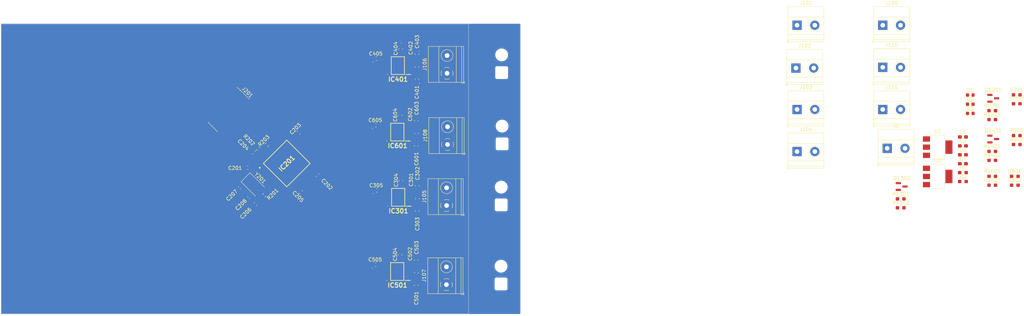
<source format=kicad_pcb>
(kicad_pcb (version 20221018) (generator pcbnew)
  (layers (0 "F.Cu" signal) (31 "B.Cu" signal) (34 "B.Paste" user) (35 "F.Paste" user) (36 "B.SilkS" user "B.Silkscreen") (37 "F.SilkS" user "F.Silkscreen") (38 "B.Mask" user) (39 "F.Mask" user) (44 "Edge.Cuts" user))
  (net 0 "")
  (net 1 "VCC")
  (net 2 "GND")
  (net 3 "+3.3V")
  (net 4 "+5V")
  (net 5 "Net-(IC201-OSC_IN)")
  (net 6 "Net-(IC201-OSC_OUT)")
  (net 7 "/TC0/T-")
  (net 8 "/TC0/T+")
  (net 9 "/TC1/T-")
  (net 10 "/TC1/T+")
  (net 11 "/TC2/T-")
  (net 12 "/TC2/T+")
  (net 13 "/TC3/T-")
  (net 14 "/TC3/T+")
  (net 15 "Net-(D1-K)")
  (net 16 "Net-(D2-K)")
  (net 17 "Net-(D3-A)")
  (net 21 "/STM32/NRST")
  (net 22 "/PT0/4-20mA-OUT")
  (net 23 "/PT1/4-20mA-OUT")
  (net 24 "/PT2/4-20mA-OUT")
  (net 25 "/PT3/4-20mA-OUT")
  (net 26 "Net-(IC201-VDDA)")
  (net 28 "/STM32/ADC12_IN1")
  (net 29 "/STM32/ADC12_IN2")
  (net 30 "/STM32/ADC12_IN3")
  (net 31 "/STM32/SPI1_NSS")
  (net 32 "/STM32/SPI1_SCK")
  (net 33 "/STM32/SPI1_MISO")
  (net 34 "/STM32/SPI1_MOSI")
  (net 35 "/STM32/ADC12_IN14")
  (net 36 "/STM32/ADC12_IN15")
  (net 37 "/STM32/ADC12_IN8")
  (net 38 "/STM32/ADC12_IN9")
  (net 40 "/STM32/TIM2_CH3")
  (net 41 "/STM32/TIM2_CH4")
  (net 42 "/STM32/SPI2_NSS")
  (net 43 "/STM32/SPI2_SCK")
  (net 44 "/STM32/SPI2_MISO")
  (net 45 "/STM32/SPI2_MOSI")
  (net 46 "/STM32/TIM3_CH1")
  (net 47 "/STM32/TIM3_CH2")
  (net 48 "/STM32/TIM3_CH3")
  (net 49 "/STM32/TIM3_CH4")
  (net 50 "/STM32/PA8")
  (net 51 "/STM32/PA9")
  (net 52 "/STM32/PA10")
  (net 53 "/STM32/PA11")
  (net 54 "/STM32/PA12")
  (net 55 "/STM32/SWDIO")
  (net 56 "/STM32/SWCLK")
  (net 57 "/STM32/JTDI")
  (net 62 "/STM32/JTDO")
  (net 63 "/STM32/JNTRST")
  (net 64 "/STM32/PB5")
  (net 65 "/STM32/PB6")
  (net 66 "/STM32/PB7")
  (net 67 "/STM32/BOOT0")
  (net 68 "/STM32/PB8")
  (net 69 "/STM32/PB9")
  (net 70 "/TC0/DNC")
  (net 71 "/TC0/~{DRDY}")
  (net 72 "/TC0/~{FAULT}")
  (net 73 "/TC1/DNC")
  (net 74 "/TC1/~{DRDY}")
  (net 75 "/TC1/~{FAULT}")
  (net 76 "/TC2/DNC")
  (net 77 "/TC2/~{DRDY}")
  (net 78 "/TC2/~{FAULT}")
  (net 79 "/TC3/DNC")
  (net 80 "/TC3/~{DRDY}")
  (net 81 "/TC3/~{FAULT}")
  (net 82 "/PT0/4-20mA-IN")
  (net 83 "/PT1/4-20mA-IN")
  (net 84 "/PT2/4-20mA-IN")
  (net 85 "/PT3/4-20mA-IN")
  (net 86 "/Switch0/VALVE-")
  (net 87 "/Switch1/VALVE-")
  (net 88 "/Switch2/VALVE-")
  (net 95 "Net-(Q1201-G)")
  (net 96 "Net-(Q1301-G)")
  (net 97 "Net-(Q1401-G)")
  (footprint "Capacitor_SMD:C_0603_1608Metric_Pad1.08x0.95mm_HandSolder" (layer "F.Cu") (at 190.150198 72.235399 90)
    (fp_text reference "C404")
    (fp_text value "0.1u")
  )
  (footprint "SamacSys_Parts:SOP65P640X110-14N" (layer "F.Cu") (at 189.167999 134.928399 180)
    (fp_text reference "IC501")
    (fp_text value "MAX31856MUD+" hide)
  )
  (footprint "TerminalBlock_Phoenix:TerminalBlock_Phoenix_MKDS-1,5-2_1x02_P5.00mm_Horizontal" (layer "F.Cu") (at 301.607 89.2878)
    (fp_text reference "J103")
    (fp_text value "Screw_Terminal_01x02")
  )
  (footprint "Capacitor_SMD:C_0603_1608Metric_Pad1.08x0.95mm_HandSolder" (layer "F.Cu") (at 148.8948 101.4222 135)
    (fp_text reference "C204")
    (fp_text value "0.1u")
  )
  (footprint "TerminalBlock_Phoenix:TerminalBlock_Phoenix_MKDS-1,5-2_1x02_P5.00mm_Horizontal" (layer "F.Cu") (at 301.607 101.1478)
    (fp_text reference "J104")
    (fp_text value "Screw_Terminal_01x02")
  )
  (footprint "Capacitor_SMD:C_0603_1608Metric_Pad1.08x0.95mm_HandSolder" (layer "F.Cu") (at 194.806799 110.823799 90)
    (fp_text reference "C302")
    (fp_text value "0.01u")
  )
  (footprint "Resistor_SMD:R_0603_1608Metric_Pad0.98x0.95mm_HandSolder" (layer "F.Cu") (at 362.857 108.1178)
    (fp_text reference "R801")
    (fp_text value "1k")
  )
  (footprint "Capacitor_SMD:C_0603_1608Metric_Pad1.08x0.95mm_HandSolder" (layer "F.Cu") (at 149.311435 115.915365 -135)
    (fp_text reference "C206")
    (fp_text value "0.1u")
  )
  (footprint "Resistor_SMD:R_0603_1608Metric_Pad0.98x0.95mm_HandSolder" (layer "F.Cu") (at 356.507 92.1378)
    (fp_text reference "R1202")
    (fp_text value "1M")
  )
  (footprint "SamacSys_Parts:SOP65P640X110-14N" (layer "F.Cu") (at 189.447399 114.024199 180)
    (fp_text reference "IC301")
    (fp_text value "MAX31856MUD+" hide)
  )
  (footprint "TerminalBlock_Phoenix:TerminalBlock_Phoenix_MKDS-1,5-2_1x02_P5.00mm_Horizontal" (layer "F.Cu") (at 325.707 77.4278)
    (fp_text reference "J110")
    (fp_text value "Screw_Terminal_01x02")
  )
  (footprint "Resistor_SMD:R_0603_1608Metric_Pad0.98x0.95mm_HandSolder" (layer "F.Cu") (at 356.507 110.6278)
    (fp_text reference "R1002")
    (fp_text value "150")
  )
  (footprint "Resistor_SMD:R_0603_1608Metric_Pad0.98x0.95mm_HandSolder" (layer "F.Cu") (at 363.397 85.1778)
    (fp_text reference "R701")
    (fp_text value "1k")
  )
  (footprint "Capacitor_SMD:C_0603_1608Metric_Pad1.08x0.95mm_HandSolder" (layer "F.Cu") (at 190.006198 90.960999 90)
    (fp_text reference "C604")
    (fp_text value "0.1u")
  )
  (footprint "Package_TO_SOT_SMD:SOT-23" (layer "F.Cu") (at 356.777 86.1478)
    (fp_text reference "Q1201")
    (fp_text value "2N7002E")
  )
  (footprint "Package_TO_SOT_SMD:SOT-23" (layer "F.Cu") (at 356.777 97.6178)
    (fp_text reference "Q1401")
    (fp_text value "2N7002E")
  )
  (footprint "Capacitor_SMD:C_0603_1608Metric_Pad1.08x0.95mm_HandSolder" (layer "F.Cu") (at 183.173599 93.7042 180)
    (fp_text reference "C605")
    (fp_text value "0.1u")
  )
  (footprint "Resistor_SMD:R_0603_1608Metric_Pad0.98x0.95mm_HandSolder" (layer "F.Cu") (at 356.507 101.0978)
    (fp_text reference "R1401")
    (fp_text value "330")
  )
  (footprint "Resistor_SMD:R_0603_1608Metric_Pad0.98x0.95mm_HandSolder" (layer "F.Cu") (at 356.507 108.1178)
    (fp_text reference "R1001")
    (fp_text value "1k")
  )
  (footprint "Capacitor_SMD:C_0603_1608Metric_Pad1.08x0.95mm_HandSolder" (layer "F.Cu") (at 194.527399 131.727999 90)
    (fp_text reference "C503")
    (fp_text value "0.01u")
  )
  (footprint "Capacitor_SMD:C_0603_1608Metric_Pad1.08x0.95mm_HandSolder" (layer "F.Cu") (at 194.806799 117.884998 -90)
    (fp_text reference "C303")
    (fp_text value "0.01u")
  )
  (footprint "Resistor_SMD:R_0603_1608Metric_Pad0.98x0.95mm_HandSolder" (layer "F.Cu") (at 348.257 107.0778)
    (fp_text reference "R1")
    (fp_text value "1k")
  )
  (footprint "Capacitor_SMD:C_0603_1608Metric_Pad1.08x0.95mm_HandSolder" (layer "F.Cu") (at 194.552799 92.459599 90)
    (fp_text reference "C603")
    (fp_text value "0.01u")
  )
  (footprint "Capacitor_SMD:C_0603_1608Metric_Pad1.08x0.95mm_HandSolder" (layer "F.Cu") (at 183.148199 132.9726 180)
    (fp_text reference "C505")
    (fp_text value "0.1u")
  )
  (footprint "Resistor_SMD:R_0603_1608Metric_Pad0.98x0.95mm_HandSolder" (layer "F.Cu") (at 330.757 114.4778)
    (fp_text reference "R1301")
    (fp_text value "330")
  )
  (footprint "Capacitor_SMD:C_0402_1005Metric" (layer "F.Cu") (at 144.8054 111.3282 -135)
    (fp_text reference "C207")
    (fp_text value "30p")
  )
  (footprint "Capacitor_SMD:C_0603_1608Metric_Pad1.08x0.95mm_HandSolder" (layer "F.Cu") (at 194.527399 138.789198 -90)
    (fp_text reference "C501")
    (fp_text value "0.01u")
  )
  (footprint "Capacitor_SMD:C_0603_1608Metric_Pad1.08x0.95mm_HandSolder" (layer "F.Cu") (at 348.257 97.0378)
    (fp_text reference "C1")
    (fp_text value "10u")
  )
  (footprint "Resistor_SMD:R_0603_1608Metric_Pad0.98x0.95mm_HandSolder" (layer "F.Cu") (at 363.397 96.6478)
    (fp_text reference "R901")
    (fp_text value "1k")
  )
  (footprint "Capacitor_SMD:C_0603_1608Metric_Pad1.08x0.95mm_HandSolder" (layer "F.Cu") (at 166.7764 107.7976 -45)
    (fp_text reference "C202")
    (fp_text value "0.1u")
  )
  (footprint "Resistor_SMD:R_0603_1608Metric_Pad0.98x0.95mm_HandSolder" (layer "F.Cu") (at 150.0378 100.3046 -45)
    (fp_text reference "R202")
    (fp_text value "10k")
  )
  (footprint "Resistor_SMD:R_0603_1608Metric_Pad0.98x0.95mm_HandSolder" (layer "F.Cu") (at 152.527 99.2378 45)
    (fp_text reference "R203")
    (fp_text value "0")
  )
  (footprint "Connector_PinHeader_1.27mm:PinHeader_2x10_P1.27mm_Vertical_SMD" (layer "F.Cu") (at 141.8082 89.662 -45)
    (fp_text reference "J201")
    (fp_text value "Conn_ARM_JTAG_SWD_20")
  )
  (footprint "SamacSys_Parts:SOP65P640X110-14N" (layer "F.Cu") (at 189.193399 95.659999 180)
    (fp_text reference "IC601")
    (fp_text value "MAX31856MUD+" hide)
  )
  (footprint "SamacSys_Parts:QFP50P1200X1200X160-64N" (layer "F.Cu") (at 158.115 104.4956 45)
    (fp_text reference "IC201")
    (fp_text value "STM32F103RBT6" hide)
  )
  (footprint "Capacitor_SMD:C_0603_1608Metric_Pad1.08x0.95mm_HandSolder" (layer "F.Cu") (at 161.4678 95.7834 45)
    (fp_text reference "C203")
    (fp_text value "0.1u")
  )
  (footprint "Capacitor_SMD:C_0603_1608Metric_Pad1.08x0.95mm_HandSolder" (layer "F.Cu") (at 348.257 99.5478)
    (fp_text reference "C2")
    (fp_text value "22u")
  )
  (footprint "TerminalBlock_Phoenix:TerminalBlock_Phoenix_MKDS-1,5-2_1x02_P5.00mm_Horizontal" (layer "F.Cu") (at 325.707 89.2878)
    (fp_text reference "J111")
    (fp_text value "Screw_Terminal_01x02")
  )
  (footprint "Resistor_SMD:R_0603_1608Metric_Pad0.98x0.95mm_HandSolder" (layer "F.Cu") (at 330.757 116.9878)
    (fp_text reference "R1302")
    (fp_text value "1M")
  )
  (footprint "Capacitor_SMD:C_0603_1608Metric_Pad1.08x0.95mm_HandSolder" (layer "F.Cu") (at 194.552799 99.520798 -90)
    (fp_text reference "C601")
    (fp_text value "0.01u")
  )
  (footprint "Capacitor_SMD:C_0603_1608Metric_Pad1.08x0.95mm_HandSolder" (layer "F.Cu") (at 194.696799 80.795198 -90)
    (fp_text reference "C401")
    (fp_text value "0.01u")
  )
  (footprint "Capacitor_SMD:C_0603_1608Metric_Pad1.08x0.95mm_HandSolder" (layer "F.Cu") (at 183.317599 74.9786 180)
    (fp_text reference "C405")
    (fp_text value "0.1u")
  )
  (footprint "Capacitor_SMD:C_0603_1608Metric_Pad1.08x0.95mm_HandSolder" (layer "F.Cu") (at 147.1422 105.6894 180)
    (fp_text reference "C201")
    (fp_text value "0.1u")
  )
  (footprint "Capacitor_SMD:C_0603_1608Metric_Pad1.08x0.95mm_HandSolder" (layer "F.Cu") (at 190.260198 109.325199 90)
    (fp_text reference "C304")
    (fp_text value "0.1u")
  )
  (footprint "Crystal:Crystal_SMD_5032-2Pin_5.0x3.2mm" (layer "F.Cu") (at 148.6662 110.5408 -45)
    (fp_text reference "Y201")
    (fp_text value "8MHz")
  )
  (footprint "Diode_SMD:D_0603_1608Metric" (layer "F.Cu") (at 350.327 90.3978)
    (fp_text reference "D3")
    (fp_text value "D")
  )
  (footprint "Resistor_SMD:R_0603_1608Metric_Pad0.98x0.95mm_HandSolder" (layer "F.Cu") (at 356.507 103.6078)
    (fp_text reference "R1402")
    (fp_text value "1M")
  )
  (footprint "Resistor_SMD:R_0603_1608Metric_Pad0.98x0.95mm_HandSolder" (layer "F.Cu") (at 363.397 87.6878)
    (fp_text reference "R702")
    (fp_text value "150")
  )
  (footprint "Resistor_SMD:R_0603_1608Metric_Pad0.98x0.95mm_HandSolder" (layer "F.Cu") (at 348.257 109.5878)
    (fp_text reference "R2")
    (fp_text value "1k")
  )
  (footprint "Capacitor_SMD:C_0603_1608Metric_Pad1.08x0.95mm_HandSolder" (layer "F.Cu") (at 194.696799 73.733999 90)
    (fp_text reference "C403")
    (fp_text value "0.01u")
  )
  (footprint "TerminalBlock_Phoenix:TerminalBlock_Phoenix_MKDS-1,5-2_1x02_P5.00mm_Horizontal" (layer "F.Cu") (at 326.9634 100.2286)
    (fp_text reference "J1")
    (fp_text value "Screw_Terminal_01x02")
  )
  (footprint "Package_TO_SOT_SMD:SOT-223" (layer "F.Cu") (at 341.157 108.1578)
    (fp_text reference "U2")
    (fp_text value "AZ1117-5.0")
  )
  (footprint "Package_TO_SOT_SMD:SOT-23" (layer "F.Cu") (at 331.027 110.9978)
    (fp_text reference "Q1301")
    (fp_text value "2N7002E")
  )
  (footprint "Capacitor_SMD:C_0402_1005Metric" (layer "F.Cu") (at 147.3962 114.1222 -135)
    (fp_text reference "C208")
    (fp_text value "30p")
  )
  (footprint "LED_SMD:LED_0603_1608Metric" (layer "F.Cu") (at 350.327 87.8078)
    (fp_text reference "D2")
    (fp_text value "LED")
  )
  (footprint "TerminalBlock_Phoenix:TerminalBlock_Phoenix_MKDS-1,5-2_1x02_P5.00mm_Horizontal" (layer "F.Cu") (at 325.707 65.5678)
    (fp_text reference "J109")
    (fp_text value "Screw_Terminal_01x02")
  )
  (footprint "TerminalBlock_Phoenix:TerminalBlock_Phoenix_MKDS-1,5-2_1x02_P5.00mm_Horizontal" (layer "F.Cu") (at 301.607 65.5678)
    (fp_text reference "J101")
    (fp_text value "Screw_Terminal_01x02")
  )
  (footprint "Capacitor_SMD:C_0603_1608Metric_Pad1.08x0.95mm_HandSolder" (layer "F.Cu") (at 194.722199 77.316497 90)
    (fp_text reference "C402")
    (fp_text value "0.1u")
  )
  (footprint "Capacitor_SMD:C_0603_1608Metric_Pad1.08x0.95mm_HandSolder" (layer "F.Cu") (at 194.552799 135.310497 90)
    (fp_text reference "C502")
    (fp_text value "0.1u")
  )
  (footprint "Capacitor_SMD:C_0603_1608Metric_Pad1.08x0.95mm_HandSolder" (layer "F.Cu") (at 189.980798 130.229399 90)
    (fp_text reference "C504")
    (fp_text value "0.1u")
  )
  (footprint "Resistor_SMD:R_0603_1608Metric_Pad0.98x0.95mm_HandSolder" (layer "F.Cu") (at 363.397 99.1578)
    (fp_text reference "R902")
    (fp_text value "150")
  )
  (footprint "Capacitor_SMD:C_0603_1608Metric_Pad1.08x0.95mm_HandSolder" (layer "F.Cu") (at 194.832199 114.406297 90)
    (fp_text reference "C301")
    (fp_text value "0.1u")
  )
  (footprint "TerminalBlock_Phoenix:TerminalBlock_Phoenix_MKDS-1,5-2_1x02_P5.00mm_Horizontal" (layer "F.Cu") (at 203.315799 99.161399 90)
    (fp_text reference "J108")
    (fp_text value "Screw_Terminal_01x02")
  )
  (footprint "SamacSys_Parts:SOP65P640X110-14N" (layer "F.Cu") (at 189.337399 76.934399 180)
    (fp_text reference "IC401")
    (fp_text value "MAX31856MUD+" hide)
  )
  (footprint "Resistor_SMD:R_0603_1608Metric_Pad0.98x0.95mm_HandSolder" (layer "F.Cu") (at 356.507 89.6278)
    (fp_text reference "R1201")
    (fp_text value "330")
  )
  (footprint "Resistor_SMD:R_0603_1608Metric_Pad0.98x0.95mm_HandSolder" (layer "F.Cu") (at 151.775235 113.451565 45)
    (fp_text reference "R201")
    (fp_text value "0")
  )
  (footprint "TerminalBlock_Phoenix:TerminalBlock_Phoenix_MKDS-1,5-2_1x02_P5.00mm_Horizontal" (layer "F.Cu") (at 203.061999 116.346399 90)
    (fp_text reference "J105")
    (fp_text value "Screw_Terminal_01x02")
  )
  (footprint "LED_SMD:LED_0603_1608Metric" (layer "F.Cu") (at 350.327 85.2178)
    (fp_text reference "D1")
    (fp_text value "LED")
  )
  (footprint "Capacitor_SMD:C_0603_1608Metric_Pad1.08x0.95mm_HandSolder" (layer "F.Cu") (at 348.257 104.5678)
    (fp_text reference "C4")
    (fp_text value "22u")
  )
  (footprint "TerminalBlock_Phoenix:TerminalBlock_Phoenix_MKDS-1,5-2_1x02_P5.00mm_Horizontal" (layer "F.Cu") (at 203.011199 138.621099 90)
    (fp_text reference "J107")
    (fp_text value "Screw_Terminal_01x02")
  )
  (footprint "Capacitor_SMD:C_0603_1608Metric_Pad1.08x0.95mm_HandSolder" (layer "F.Cu") (at 162.1028 112.5728 -45)
    (fp_text reference "C205")
    (fp_text value "0.1u")
  )
  (footprint "Capacitor_SMD:C_0603_1608Metric_Pad1.08x0.95mm_HandSolder" (layer "F.Cu") (at 183.427599 112.0684 180)
    (fp_text reference "C305")
    (fp_text value "0.1u")
  )
  (footprint "Capacitor_SMD:C_0603_1608Metric_Pad1.08x0.95mm_HandSolder" (layer "F.Cu") (at 194.578199 96.042097 90)
    (fp_text reference "C602")
    (fp_text value "0.1u")
  )
  (footprint "TerminalBlock_Phoenix:TerminalBlock_Phoenix_MKDS-1,5-2_1x02_P5.00mm_Horizontal" (layer "F.Cu") (at 301.2948 77.6224)
    (fp_text reference "J102")
    (fp_text value "Screw_Terminal_01x02")
  )
  (footprint "TerminalBlock_Phoenix:TerminalBlock_Phoenix_MKDS-1,5-2_1x02_P5.00mm_Horizontal" (layer "F.Cu") (at 203.188799 79.095399 90)
    (fp_text reference "J106")
    (fp_text value "Screw_Terminal_01x02")
  )
  (footprint "Resistor_SMD:R_0603_1608Metric_Pad0.98x0.95mm_HandSolder" (layer "F.Cu") (at 362.857 110.6278)
    (fp_text reference "R802")
    (fp_text value "150")
  )
  (footprint "Capacitor_SMD:C_0603_1608Metric_Pad1.08x0.95mm_HandSolder" (layer "F.Cu") (at 348.257 102.0578)
    (fp_text reference "C3")
    (fp_text value "10u")
  )
  (footprint "Package_TO_SOT_SMD:SOT-223" (layer "F.Cu") (at 341.157 99.9078)
    (fp_text reference "U1")
    (fp_text value "AZ1117-3.3")
  )
  (gr_rect (start 77.7748 65.151) (end 209.2198 146.8882) (stroke (width 0.1)) (fill none) (layer "Edge.Cuts"))
  (segment (start 190.150198 71.372899) (end 190.150198 70.7256) (width 0.25) (layer "F.Cu") (net 2))
  (segment (start 186.229999 136.878399) (end 186.229999 137.423399) (width 0.25) (layer "F.Cu") (net 2))
  (segment (start 195.240098 118.747498) (end 194.806799 118.747498) (width 0.25) (layer "F.Cu") (net 2))
  (segment (start 182.285699 133.798499) (end 182.165999 133.918199) (width 0.25) (layer "F.Cu") (net 2))
  (segment (start 192.131399 97.884199) (end 192.325999 98.078799) (width 0.25) (layer "F.Cu") (net 2))
  (segment (start 194.696799 72.871499) (end 195.411699 72.871499) (width 0.25) (layer "F.Cu") (net 2))
  (segment (start 186.255399 97.609999) (end 186.255399 98.154999) (width 0.25) (layer "F.Cu") (net 2))
  (segment (start 192.275399 78.884399) (end 192.275399 79.158599) (width 0.25) (layer "F.Cu") (net 2))
  (segment (start 186.399399 78.884399) (end 186.399399 79.429399) (width 0.25) (layer "F.Cu") (net 2))
  (segment (start 182.565099 112.894299) (end 182.445399 113.013999) (width 0.25) (layer "F.Cu") (net 2))
  (segment (start 182.311099 93.7042) (end 182.311099 94.530099) (width 0.25) (layer "F.Cu") (net 2))
  (segment (start 192.131399 97.609999) (end 192.131399 97.884199) (width 0.25) (layer "F.Cu") (net 2))
  (segment (start 182.285699 132.9726) (end 182.285699 133.798499) (width 0.25) (layer "F.Cu") (net 2))
  (segment (start 192.105999 136.878399) (end 192.105999 137.152599) (width 0.25) (layer "F.Cu") (net 2))
  (segment (start 194.960698 139.651698) (end 194.527399 139.651698) (width 0.25) (layer "F.Cu") (net 2))
  (segment (start 190.260198 108.462699) (end 190.260198 107.8154) (width 0.25) (layer "F.Cu") (net 2))
  (segment (start 192.105999 137.152599) (end 192.300599 137.347199) (width 0.25) (layer "F.Cu") (net 2))
  (segment (start 195.411699 72.871499) (end 195.441799 72.901599) (width 0.25) (layer "F.Cu") (net 2))
  (segment (start 192.275399 79.158599) (end 192.469999 79.353199) (width 0.25) (layer "F.Cu") (net 2))
  (segment (start 186.509399 115.974199) (end 186.509399 116.519199) (width 0.25) (layer "F.Cu") (net 2))
  (segment (start 195.130098 81.657698) (end 194.696799 81.657698) (width 0.25) (layer "F.Cu") (net 2))
  (segment (start 192.385399 115.974199) (end 192.385399 116.248399) (width 0.25) (layer "F.Cu") (net 2))
  (segment (start 192.385399 116.248399) (end 192.579999 116.442999) (width 0.25) (layer "F.Cu") (net 2))
  (segment (start 195.454499 81.982099) (end 195.130098 81.657698) (width 0.25) (layer "F.Cu") (net 2))
  (segment (start 182.565099 112.0684) (end 182.565099 112.894299) (width 0.25) (layer "F.Cu") (net 2))
  (segment (start 194.986098 100.383298) (end 194.552799 100.383298) (width 0.25) (layer "F.Cu") (net 2))
  (segment (start 190.150198 70.7256) (end 190.336399 70.539399) (width 0.25) (layer "F.Cu") (net 2))
  (segment (start 182.311099 94.530099) (end 182.191399 94.649799) (width 0.25) (layer "F.Cu") (net 2))
  (segment (start 182.455099 74.9786) (end 182.455099 75.804499) (width 0.25) (layer "F.Cu") (net 2))
  (segment (start 182.455099 75.804499) (end 182.335399 75.924199) (width 0.25) (layer "F.Cu") (net 2))
  (segment (start 189.980798 129.366899) (end 189.980798 128.7196) (width 0.25) (layer "F.Cu") (net 2))
  (via (at 192.300599 137.347199) (size 0.35) (drill 0.2) (layers "F.Cu" "B.Cu") (net 2))
  (via (at 182.191399 94.649799) (size 0.35) (drill 0.2) (layers "F.Cu" "B.Cu") (net 2))
  (via (at 186.255399 98.154999) (size 0.35) (drill 0.2) (layers "F.Cu" "B.Cu") (net 2))
  (via (at 195.454499 81.982099) (size 0.35) (drill 0.2) (layers "F.Cu" "B.Cu") (net 2))
  (via (at 195.441799 72.901599) (size 0.35) (drill 0.2) (layers "F.Cu" "B.Cu") (net 2))
  (via (at 182.445399 113.013999) (size 0.35) (drill 0.2) (layers "F.Cu" "B.Cu") (net 2))
  (via (at 192.579999 116.442999) (size 0.35) (drill 0.2) (layers "F.Cu" "B.Cu") (net 2))
  (via (at 182.165999 133.918199) (size 0.35) (drill 0.2) (layers "F.Cu" "B.Cu") (net 2))
  (via (at 186.229999 137.423399) (size 0.35) (drill 0.2) (layers "F.Cu" "B.Cu") (net 2))
  (via (at 186.509399 116.519199) (size 0.35) (drill 0.2) (layers "F.Cu" "B.Cu") (net 2))
  (via (at 190.336399 70.539399) (size 0.35) (drill 0.2) (layers "F.Cu" "B.Cu") (net 2))
  (via (at 186.399399 79.429399) (size 0.35) (drill 0.2) (layers "F.Cu" "B.Cu") (net 2))
  (via (at 192.469999 79.353199) (size 0.35) (drill 0.2) (layers "F.Cu" "B.Cu") (net 2))
  (via (at 192.325999 98.078799) (size 0.35) (drill 0.2) (layers "F.Cu" "B.Cu") (net 2))
  (via (at 182.335399 75.924199) (size 0.35) (drill 0.2) (layers "F.Cu" "B.Cu") (net 2))
  (segment (start 184.016498 132.978399) (end 184.010699 132.9726) (width 0.25) (layer "F.Cu") (net 3))
  (segment (start 189.818499 132.978399) (end 189.980798 133.140698) (width 0.25) (layer "F.Cu") (net 3))
  (segment (start 186.229999 132.978399) (end 189.818499 132.978399) (width 0.25) (layer "F.Cu") (net 3))
  (segment (start 190.260198 112.236498) (end 190.260198 110.187699) (width 0.25) (layer "F.Cu") (net 3))
  (segment (start 192.385399 113.374199) (end 191.397899 113.374199) (width 0.25) (layer "F.Cu") (net 3))
  (segment (start 190.097899 112.074199) (end 190.260198 112.236498) (width 0.25) (layer "F.Cu") (net 3))
  (segment (start 191.143899 95.009999) (end 190.006198 93.872298) (width 0.25) (layer "F.Cu") (net 3))
  (segment (start 191.397899 113.374199) (end 190.260198 112.236498) (width 0.25) (layer "F.Cu") (net 3))
  (segment (start 186.509399 112.074199) (end 190.097899 112.074199) (width 0.25) (layer "F.Cu") (net 3))
  (segment (start 192.275399 76.284399) (end 191.287899 76.284399) (width 0.25) (layer "F.Cu") (net 3))
  (segment (start 186.399399 74.984399) (end 189.987899 74.984399) (width 0.25) (layer "F.Cu") (net 3))
  (segment (start 190.006198 93.872298) (end 190.006198 91.823499) (width 0.25) (layer "F.Cu") (net 3))
  (segment (start 186.399399 74.984399) (end 184.185898 74.984399) (width 0.25) (layer "F.Cu") (net 3))
  (segment (start 192.105999 134.278399) (end 191.118499 134.278399) (width 0.25) (layer "F.Cu") (net 3))
  (segment (start 191.287899 76.284399) (end 190.150198 75.146698) (width 0.25) (layer "F.Cu") (net 3))
  (segment (start 192.131399 95.009999) (end 191.143899 95.009999) (width 0.25) (layer "F.Cu") (net 3))
  (segment (start 184.041898 93.709999) (end 184.036099 93.7042) (width 0.25) (layer "F.Cu") (net 3))
  (segment (start 186.509399 112.074199) (end 184.295898 112.074199) (width 0.25) (layer "F.Cu") (net 3))
  (segment (start 186.255399 93.709999) (end 184.041898 93.709999) (width 0.25) (layer "F.Cu") (net 3))
  (segment (start 186.229999 132.978399) (end 184.016498 132.978399) (width 0.25) (layer "F.Cu") (net 3))
  (segment (start 189.843899 93.709999) (end 190.006198 93.872298) (width 0.25) (layer "F.Cu") (net 3))
  (segment (start 184.295898 112.074199) (end 184.290099 112.0684) (width 0.25) (layer "F.Cu") (net 3))
  (segment (start 186.255399 93.709999) (end 189.843899 93.709999) (width 0.25) (layer "F.Cu") (net 3))
  (segment (start 184.185898 74.984399) (end 184.180099 74.9786) (width 0.25) (layer "F.Cu") (net 3))
  (segment (start 190.150198 75.146698) (end 190.150198 73.097899) (width 0.25) (layer "F.Cu") (net 3))
  (segment (start 191.118499 134.278399) (end 189.980798 133.140698) (width 0.25) (layer "F.Cu") (net 3))
  (segment (start 189.987899 74.984399) (end 190.150198 75.146698) (width 0.25) (layer "F.Cu") (net 3))
  (segment (start 189.980798 133.140698) (end 189.980798 131.091899) (width 0.25) (layer "F.Cu") (net 3))
  (segment (start 192.385399 115.324199) (end 194.776797 115.324199) (width 0.2) (layer "F.Cu") (net 7))
  (segment (start 194.776797 115.324199) (end 194.832199 115.268797) (width 0.2) (layer "F.Cu") (net 7))
  (segment (start 194.806799 115.294197) (end 194.832199 115.268797) (width 0.2) (layer "F.Cu") (net 7))
  (segment (start 194.832199 115.268797) (end 198.304596 111.7964) (width 0.2) (layer "F.Cu") (net 7))
  (segment (start 198.512 111.7964) (end 203.061999 116.346399) (width 0.2) (layer "F.Cu") (net 7))
  (segment (start 198.304596 111.7964) (end 198.512 111.7964) (width 0.2) (layer "F.Cu") (net 7))
  (segment (start 194.806799 117.022498) (end 194.806799 115.294197) (width 0.2) (layer "F.Cu") (net 7))
  (segment (start 192.385399 114.674199) (end 192.385399 115.324199) (width 0.2) (layer "F.Cu") (net 7))
  (segment (start 194.832199 113.543797) (end 194.832199 111.711699) (width 0.2) (layer "F.Cu") (net 8))
  (segment (start 192.385399 114.024199) (end 194.351797 114.024199) (width 0.2) (layer "F.Cu") (net 8))
  (segment (start 194.832199 113.543797) (end 195.920802 113.543797) (width 0.2) (layer "F.Cu") (net 8))
  (segment (start 194.806799 113.518397) (end 194.832199 113.543797) (width 0.2) (layer "F.Cu") (net 8))
  (segment (start 194.832199 111.711699) (end 194.806799 111.686299) (width 0.2) (layer "F.Cu") (net 8))
  (segment (start 195.920802 113.543797) (end 198.1182 111.346399) (width 0.2) (layer "F.Cu") (net 8))
  (segment (start 194.351797 114.024199) (end 194.832199 113.543797) (width 0.2) (layer "F.Cu") (net 8))
  (segment (start 194.806799 111.686299) (end 194.806799 113.518397) (width 0.2) (layer "F.Cu") (net 8))
  (segment (start 198.1182 111.346399) (end 203.061999 111.346399) (width 0.2) (layer "F.Cu") (net 8))
  (segment (start 198.6388 74.5454) (end 203.188799 79.095399) (width 0.2) (layer "F.Cu") (net 9))
  (segment (start 192.275399 77.584399) (end 192.275399 78.234399) (width 0.2) (layer "F.Cu") (net 9))
  (segment (start 194.722199 78.178997) (end 198.355796 74.5454) (width 0.2) (layer "F.Cu") (net 9))
  (segment (start 194.696799 79.932698) (end 194.696799 78.204397) (width 0.2) (layer "F.Cu") (net 9))
  (segment (start 194.696799 78.204397) (end 194.722199 78.178997) (width 0.2) (layer "F.Cu") (net 9))
  (segment (start 194.666797 78.234399) (end 194.722199 78.178997) (width 0.2) (layer "F.Cu") (net 9))
  (segment (start 198.355796 74.5454) (end 198.6388 74.5454) (width 0.2) (layer "F.Cu") (net 9))
  (segment (start 192.275399 78.234399) (end 194.666797 78.234399) (width 0.2) (layer "F.Cu") (net 9))
  (segment (start 195.810802 76.453997) (end 198.1694 74.095399) (width 0.2) (layer "F.Cu") (net 10))
  (segment (start 194.696799 76.428597) (end 194.722199 76.453997) (width 0.2) (layer "F.Cu") (net 10))
  (segment (start 194.722199 76.453997) (end 194.722199 74.621899) (width 0.2) (layer "F.Cu") (net 10))
  (segment (start 198.1694 74.095399) (end 203.188799 74.095399) (width 0.2) (layer "F.Cu") (net 10))
  (segment (start 202.579199 74.704999) (end 203.188799 74.095399) (width 0.2) (layer "F.Cu") (net 10))
  (segment (start 192.275399 76.934399) (end 194.241797 76.934399) (width 0.2) (layer "F.Cu") (net 10))
  (segment (start 194.722199 74.621899) (end 194.696799 74.596499) (width 0.2) (layer "F.Cu") (net 10))
  (segment (start 194.722199 76.453997) (end 195.810802 76.453997) (width 0.2) (layer "F.Cu") (net 10))
  (segment (start 194.696799 74.596499) (end 194.696799 76.428597) (width 0.2) (layer "F.Cu") (net 10))
  (segment (start 194.241797 76.934399) (end 194.722199 76.453997) (width 0.2) (layer "F.Cu") (net 10))
  (segment (start 200.7362 136.3461) (end 203.011199 138.621099) (width 0.2) (layer "F.Cu") (net 11))
  (segment (start 192.105999 135.578399) (end 192.105999 136.228399) (width 0.2) (layer "F.Cu") (net 11))
  (segment (start 195.641402 136.172997) (end 195.814505 136.3461) (width 0.2) (layer "F.Cu") (net 11))
  (segment (start 195.814505 136.3461) (end 200.7362 136.3461) (width 0.2) (layer "F.Cu") (net 11))
  (segment (start 194.497397 136.228399) (end 194.552799 136.172997) (width 0.2) (layer "F.Cu") (net 11))
  (segment (start 194.552799 136.172997) (end 195.641402 136.172997) (width 0.2) (layer "F.Cu") (net 11))
  (segment (start 192.105999 136.228399) (end 194.497397 136.228399) (width 0.2) (layer "F.Cu") (net 11))
  (segment (start 194.527399 137.926698) (end 194.527399 136.198397) (width 0.2) (layer "F.Cu") (net 11))
  (segment (start 194.527399 136.198397) (end 194.552799 136.172997) (width 0.2) (layer "F.Cu") (net 11))
  (segment (start 200.7362 135.896098) (end 203.011199 133.621099) (width 0.2) (layer "F.Cu") (net 12))
  (segment (start 194.527399 132.590499) (end 194.527399 134.422597) (width 0.2) (layer "F.Cu") (net 12))
  (segment (start 194.552799 134.447997) (end 196.0009 135.896098) (width 0.2) (layer "F.Cu") (net 12))
  (segment (start 192.105999 134.928399) (end 194.072397 134.928399) (width 0.2) (layer "F.Cu") (net 12))
  (segment (start 196.0009 135.896098) (end 200.7362 135.896098) (width 0.2) (layer "F.Cu") (net 12))
  (segment (start 194.527399 134.422597) (end 194.552799 134.447997) (width 0.2) (layer "F.Cu") (net 12))
  (segment (start 194.552799 134.447997) (end 194.552799 132.615899) (width 0.2) (layer "F.Cu") (net 12))
  (segment (start 194.552799 132.615899) (end 194.527399 132.590499) (width 0.2) (layer "F.Cu") (net 12))
  (segment (start 194.072397 134.928399) (end 194.552799 134.447997) (width 0.2) (layer "F.Cu") (net 12))
  (segment (start 192.131399 96.959999) (end 194.522797 96.959999) (width 0.2) (layer "F.Cu") (net 13))
  (segment (start 194.578199 96.904597) (end 196.871396 94.6114) (width 0.2) (layer "F.Cu") (net 13))
  (segment (start 196.871396 94.6114) (end 198.7658 94.6114) (width 0.2) (layer "F.Cu") (net 13))
  (segment (start 194.552799 96.929997) (end 194.578199 96.904597) (width 0.2) (layer "F.Cu") (net 13))
  (segment (start 192.131399 96.309999) (end 192.131399 96.959999) (width 0.2) (layer "F.Cu") (net 13))
  (segment (start 194.552799 98.658298) (end 194.552799 96.929997) (width 0.2) (layer "F.Cu") (net 13))
  (segment (start 194.522797 96.959999) (end 194.578199 96.904597) (width 0.2) (layer "F.Cu") (net 13))
  (segment (start 198.7658 94.6114) (end 203.315799 99.161399) (width 0.2) (layer "F.Cu") (net 13))
  (segment (start 195.666802 95.179597) (end 196.685 94.161399) (width 0.2) (layer "F.Cu") (net 14))
  (segment (start 194.578199 95.179597) (end 195.666802 95.179597) (width 0.2) (layer "F.Cu") (net 14))
  (segment (start 194.097797 95.659999) (end 194.578199 95.179597) (width 0.2) (layer "F.Cu") (net 14))
  (segment (start 194.578199 95.179597) (end 194.578199 93.347499) (width 0.2) (layer "F.Cu") (net 14))
  (segment (start 194.552799 93.322099) (end 194.552799 95.154197) (width 0.2) (layer "F.Cu") (net 14))
  (segment (start 194.552799 95.154197) (end 194.578199 95.179597) (width 0.2) (layer "F.Cu") (net 14))
  (segment (start 196.685 94.161399) (end 203.315799 94.161399) (width 0.2) (layer "F.Cu") (net 14))
  (segment (start 194.578199 93.347499) (end 194.552799 93.322099) (width 0.2) (layer "F.Cu") (net 14))
  (segment (start 192.131399 95.659999) (end 194.097797 95.659999) (width 0.2) (layer "F.Cu") (net 14))
  (zone (net 2) (net_name "GND") (layer "B.Cu") (connect_pads (clearance 0.5)) (min_thickness 0.25) (fill yes (thermal_gap 0.5) (thermal_bridge_width 0.5))
    (polygon (pts (xy 77.5208 64.6684) (xy 77.47 147.5232) (xy 226.2378 147.4978) (xy 225.171 64.3636)))
  )
)
</source>
